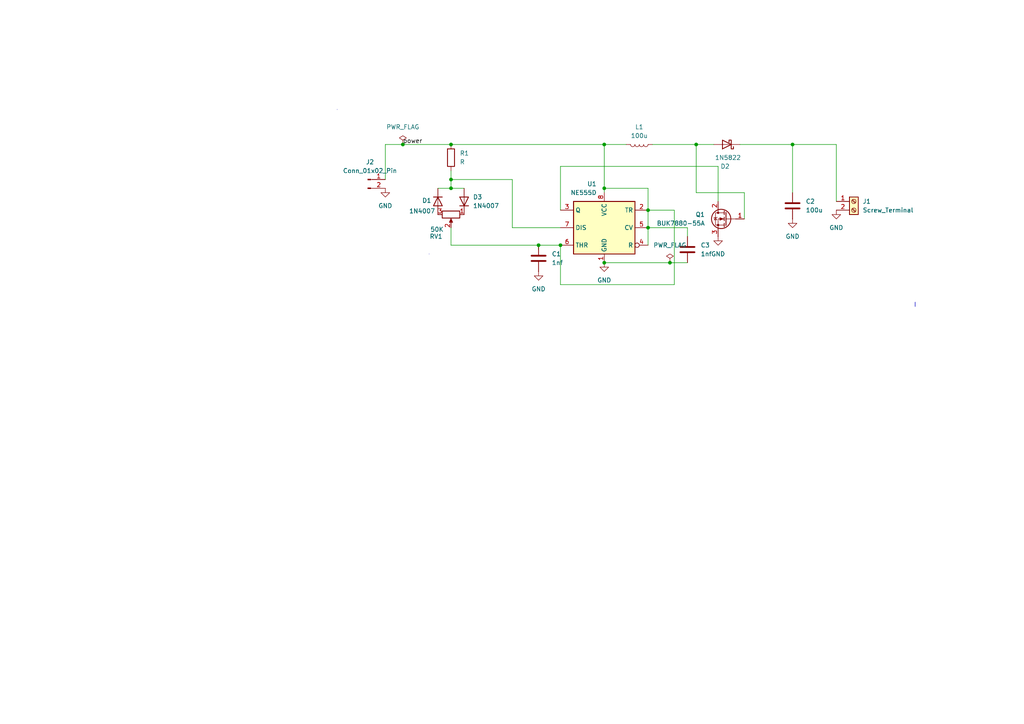
<source format=kicad_sch>
(kicad_sch (version 20231120) (generator "eeschema") (generator_version "8.0")
  (paper "A4")
  (title_block (title "Buck_converter") (date "2025-03-21"))
  (lib_symbols
    (symbol "Connector:Conn_01x02_Pin" (pin_names (offset 1.016) hide)
      (property "Reference" "J" (at 0 2.54 0))
      (property "Value" "Conn_01x02_Pin" (at 0 -5.08 0))
      (symbol "Conn_01x02_Pin_1_1"
        (polyline (pts (xy 1.27 -2.54) (xy 0.8636 -2.54)) (stroke (width 0.1524)))
        (polyline (pts (xy 1.27 0) (xy 0.8636 0)) (stroke (width 0.1524)))
        (rectangle (start 0.8636 -2.413) (end 0 -2.667) (stroke (width 0.1524)) (fill (type outline)))
        (rectangle (start 0.8636 0.127) (end 0 -0.127) (stroke (width 0.1524)) (fill (type outline)))
        (pin passive line (at 5.08 0 180) (length 3.81) (name "Pin_1") (number "1"))
        (pin passive line (at 5.08 -2.54 180) (length 3.81) (name "Pin_2") (number "2"))
      )
    )
    (symbol "Connector:Screw_Terminal_01x02" (pin_names (offset 1.016) hide)
      (property "Reference" "J" (at 0 2.54 0))
      (property "Value" "Screw_Terminal_01x02" (at 0 -5.08 0))
      (symbol "Screw_Terminal_01x02_1_1"
        (rectangle (start -1.27 1.27) (end 1.27 -3.81) (stroke (width 0.254)) (fill (type background)))
        (circle (center 0 -2.54) (radius 0.635) (stroke (width 0.1524)))
        (polyline (pts (xy -0.5334 -2.2098) (xy 0.3302 -3.048)) (stroke (width 0.1524)))
        (polyline (pts (xy -0.5334 0.3302) (xy 0.3302 -0.508)) (stroke (width 0.1524)))
        (polyline (pts (xy -0.3556 -2.032) (xy 0.508 -2.8702)) (stroke (width 0.1524)))
        (polyline (pts (xy -0.3556 0.508) (xy 0.508 -0.3302)) (stroke (width 0.1524)))
        (circle (center 0 0) (radius 0.635) (stroke (width 0.1524)))
        (pin passive line (at -5.08 0 0) (length 3.81) (name "Pin_1") (number "1"))
        (pin passive line (at -5.08 -2.54 0) (length 3.81) (name "Pin_2") (number "2"))
      )
    )
    (symbol "Device:C" (pin_numbers hide) (pin_names (offset 0.254))
      (property "Reference" "C" (at 0.635 2.54 0))
      (property "Value" "C" (at 0.635 -2.54 0))
      (symbol "C_0_1"
        (polyline (pts (xy -2.032 -0.762) (xy 2.032 -0.762)) (stroke (width 0.508)))
        (polyline (pts (xy -2.032 0.762) (xy 2.032 0.762)) (stroke (width 0.508)))
      )
      (symbol "C_1_1"
        (pin passive line (at 0 3.81 270) (length 2.794) (name "~") (number "1"))
        (pin passive line (at 0 -3.81 90) (length 2.794) (name "~") (number "2"))
      )
    )
    (symbol "Device:L" (pin_numbers hide) (pin_names (offset 1.016) hide)
      (property "Reference" "L" (at -1.27 0 90))
      (property "Value" "L" (at 1.905 0 90))
      (symbol "L_0_1"
        (arc (start 0 -2.54) (mid 0.6323 -1.905) (end 0 -1.27))
        (arc (start 0 -1.27) (mid 0.6323 -0.635) (end 0 0))
        (arc (start 0 0) (mid 0.6323 0.635) (end 0 1.27))
        (arc (start 0 1.27) (mid 0.6323 1.905) (end 0 2.54))
      )
      (symbol "L_1_1"
        (pin passive line (at 0 3.81 270) (length 1.27) (name "1") (number "1"))
        (pin passive line (at 0 -3.81 90) (length 1.27) (name "2") (number "2"))
      )
    )
    (symbol "Device:R" (pin_numbers hide) (pin_names (offset 0))
      (property "Reference" "R" (at 2.032 0 90))
      (property "Value" "R" (at 0 0 90))
      (symbol "R_0_1"
        (rectangle (start -1.016 -2.54) (end 1.016 2.54) (stroke (width 0.254)))
      )
      (symbol "R_1_1"
        (pin passive line (at 0 3.81 270) (length 1.27) (name "~") (number "1"))
        (pin passive line (at 0 -3.81 90) (length 1.27) (name "~") (number "2"))
      )
    )
    (symbol "Device:R_Potentiometer" (pin_names (offset 1.016) hide)
      (property "Reference" "RV" (at -4.445 0 90))
      (property "Value" "R_Potentiometer" (at -2.54 0 90))
      (symbol "R_Potentiometer_0_1"
        (polyline (pts (xy 2.54 0) (xy 1.524 0)))
        (polyline (pts (xy 1.143 0) (xy 2.286 0.508) (xy 2.286 -0.508) (xy 1.143 0)) (fill (type outline)))
        (rectangle (start 1.016 2.54) (end -1.016 -2.54) (stroke (width 0.254)))
      )
      (symbol "R_Potentiometer_1_1"
        (pin passive line (at 0 3.81 270) (length 1.27) (name "1") (number "1"))
        (pin passive line (at 3.81 0 180) (length 1.27) (name "2") (number "2"))
        (pin passive line (at 0 -3.81 90) (length 1.27) (name "3") (number "3"))
      )
    )
    (symbol "Diode:1N4007" (pin_numbers hide) (pin_names hide)
      (property "Reference" "D" (at 0 2.54 0))
      (property "Value" "1N4007" (at 0 -2.54 0))
      (symbol "1N4007_0_1"
        (polyline (pts (xy -1.27 1.27) (xy -1.27 -1.27)) (stroke (width 0.254)))
        (polyline (pts (xy 1.27 0) (xy -1.27 0)))
        (polyline (pts (xy 1.27 1.27) (xy 1.27 -1.27) (xy -1.27 0) (xy 1.27 1.27)) (stroke (width 0.254)))
      )
      (symbol "1N4007_1_1"
        (pin passive line (at -3.81 0 0) (length 2.54) (name "K") (number "1"))
        (pin passive line (at 3.81 0 180) (length 2.54) (name "A") (number "2"))
      )
    )
    (symbol "Diode:1N5822" (pin_numbers hide) (pin_names (offset 1.016) hide)
      (property "Reference" "D" (at 0 2.54 0))
      (property "Value" "1N5822" (at 0 -2.54 0))
      (symbol "1N5822_0_1"
        (polyline (pts (xy 1.27 0) (xy -1.27 0)))
        (polyline (pts (xy 1.27 1.27) (xy 1.27 -1.27) (xy -1.27 0) (xy 1.27 1.27)) (stroke (width 0.254)))
        (polyline (pts (xy -1.905 0.635) (xy -1.905 1.27) (xy -1.27 1.27) (xy -1.27 -1.27) (xy -0.635 -1.27) (xy -0.635 -0.635)) (stroke (width 0.254)))
      )
      (symbol "1N5822_1_1"
        (pin passive line (at -3.81 0 0) (length 2.54) (name "K") (number "1"))
        (pin passive line (at 3.81 0 180) (length 2.54) (name "A") (number "2"))
      )
    )
    (symbol "Timer:NE555D"
      (property "Reference" "U" (at -10.16 8.89 0))
      (property "Value" "NE555D" (at 2.54 8.89 0))
      (symbol "NE555D_0_0"
        (pin power_in line (at 0 -10.16 90) (length 2.54) (name "GND") (number "1"))
        (pin power_in line (at 0 10.16 270) (length 2.54) (name "VCC") (number "8"))
      )
      (symbol "NE555D_0_1"
        (rectangle (start -8.89 -7.62) (end 8.89 7.62) (stroke (width 0.254)) (fill (type background)))
        (rectangle (start -8.89 -7.62) (end 8.89 7.62) (stroke (width 0.254)) (fill (type background)))
      )
      (symbol "NE555D_1_1"
        (pin input line (at -12.7 5.08 0) (length 3.81) (name "TR") (number "2"))
        (pin output line (at 12.7 5.08 180) (length 3.81) (name "Q") (number "3"))
        (pin input inverted (at -12.7 -5.08 0) (length 3.81) (name "R") (number "4"))
        (pin input line (at -12.7 0 0) (length 3.81) (name "CV") (number "5"))
        (pin input line (at 12.7 -5.08 180) (length 3.81) (name "THR") (number "6"))
        (pin input line (at 12.7 0 180) (length 3.81) (name "DIS") (number "7"))
      )
    )
    (symbol "Transistor_FET:BUK7880-55A" (pin_names hide)
      (property "Reference" "Q" (at 5.08 1.905 0))
      (property "Value" "BUK7880-55A" (at 5.08 0 0))
      (symbol "BUK7880-55A_0_1"
        (polyline (pts (xy 0.254 0) (xy -2.54 0)))
        (polyline (pts (xy 0.254 1.905) (xy 0.254 -1.905)) (stroke (width 0.254)))
        (polyline (pts (xy 0.762 -1.27) (xy 0.762 -2.286)) (stroke (width 0.254)))
        (polyline (pts (xy 0.762 0.508) (xy 0.762 -0.508)) (stroke (width 0.254)))
        (polyline (pts (xy 0.762 2.286) (xy 0.762 1.27)) (stroke (width 0.254)))
        (polyline (pts (xy 2.54 2.54) (xy 2.54 1.778)))
        (polyline (pts (xy 2.54 -2.54) (xy 2.54 0) (xy 0.762 0)))
        (polyline (pts (xy 0.762 -1.778) (xy 3.302 -1.778) (xy 3.302 1.778) (xy 0.762 1.778)))
        (polyline (pts (xy 1.016 0) (xy 2.032 0.381) (xy 2.032 -0.381) (xy 1.016 0)) (fill (type outline)))
        (polyline (pts (xy 2.794 0.508) (xy 2.921 0.381) (xy 3.683 0.381) (xy 3.81 0.254)))
        (polyline (pts (xy 3.302 0.381) (xy 2.921 -0.254) (xy 3.683 -0.254) (xy 3.302 0.381)))
        (circle (center 1.651 0) (radius 2.794) (stroke (width 0.254)))
        (circle (center 2.54 -1.778) (radius 0.254) (fill (type outline)))
        (circle (center 2.54 1.778) (radius 0.254) (fill (type outline)))
      )
      (symbol "BUK7880-55A_1_1"
        (pin input line (at -5.08 0 0) (length 2.54) (name "G") (number "1"))
        (pin passive line (at 2.54 5.08 270) (length 2.54) (name "D") (number "2"))
        (pin passive line (at 2.54 -5.08 90) (length 2.54) (name "S") (number "3"))
      )
    )
    (symbol "power:GND" (power) (pin_numbers hide) (pin_names (offset 0) hide)
      (property "Value" "GND" (at 0 -3.81 0))
      (symbol "GND_0_1"
        (polyline (pts (xy 0 0) (xy 0 -1.27) (xy 1.27 -1.27) (xy 0 -2.54) (xy -1.27 -1.27) (xy 0 -1.27)))
      )
      (symbol "GND_1_1"
        (pin power_in line (at 0 0 270) (length 0) (name "~") (number "1"))
      )
    )
    (symbol "power:PWR_FLAG" (power) (pin_numbers hide) (pin_names (offset 0) hide)
      (property "Value" "PWR_FLAG" (at 0 3.81 0))
      (symbol "PWR_FLAG_0_0"
        (pin power_out line (at 0 0 90) (length 0) (name "~") (number "1"))
      )
      (symbol "PWR_FLAG_0_1"
        (polyline (pts (xy 0 0) (xy 0 1.27) (xy -1.016 1.905) (xy 0 2.54) (xy 1.016 1.905) (xy 0 1.27)))
      )
    )
  )
  (junction (at 187.96 66.04))
  (junction (at 162.56 71.12))
  (junction (at 175.26 41.91))
  (junction (at 187.96 60.96))
  (junction (at 194.31 76.2))
  (junction (at 130.81 41.91))
  (junction (at 130.81 54.61))
  (junction (at 116.84 41.91))
  (junction (at 175.26 76.2))
  (junction (at 156.21 71.12))
  (junction (at 201.93 41.91))
  (junction (at 229.87 41.91))
  (junction (at 175.26 54.61))
  (junction (at 130.81 52.07))
  (wire (pts (xy 214.63 41.91) (xy 229.87 41.91)))
  (wire (pts (xy 187.96 54.61) (xy 175.26 54.61)))
  (wire (pts (xy 130.81 49.53) (xy 130.81 52.07)))
  (wire (pts (xy 162.56 60.96) (xy 162.56 48.26)))
  (wire (pts (xy 130.81 52.07) (xy 130.81 54.61)))
  (wire (pts (xy 208.28 48.26) (xy 208.28 58.42)))
  (wire (pts (xy 199.39 66.04) (xy 199.39 68.58)))
  (wire (pts (xy 201.93 41.91) (xy 207.01 41.91)))
  (wire (pts (xy 156.21 71.12) (xy 156.21 72.39)))
  (wire (pts (xy 199.39 76.2) (xy 194.31 76.2)))
  (wire (pts (xy 134.62 54.61) (xy 130.81 54.61)))
  (wire (pts (xy 162.56 82.55) (xy 162.56 71.12)))
  (wire (pts (xy 116.84 41.91) (xy 130.81 41.91)))
  (wire (pts (xy 162.56 48.26) (xy 208.28 48.26)))
  (wire (pts (xy 187.96 60.96) (xy 195.58 60.96)))
  (wire (pts (xy 201.93 55.88) (xy 201.93 41.91)))
  (wire (pts (xy 187.96 66.04) (xy 187.96 60.96)))
  (wire (pts (xy 130.81 54.61) (xy 127 54.61)))
  (wire (pts (xy 189.23 41.91) (xy 201.93 41.91)))
  (wire (pts (xy 187.96 60.96) (xy 187.96 54.61)))
  (wire (pts (xy 111.76 41.91) (xy 116.84 41.91)))
  (wire (pts (xy 130.81 71.12) (xy 156.21 71.12)))
  (wire (pts (xy 148.59 66.04) (xy 148.59 52.07)))
  (wire (pts (xy 242.57 58.42) (xy 242.57 41.91)))
  (wire (pts (xy 148.59 52.07) (xy 130.81 52.07)))
  (wire (pts (xy 215.9 55.88) (xy 201.93 55.88)))
  (wire (pts (xy 175.26 55.88) (xy 175.26 54.61)))
  (wire (pts (xy 215.9 63.5) (xy 215.9 55.88)))
  (wire (pts (xy 187.96 66.04) (xy 199.39 66.04)))
  (wire (pts (xy 130.81 41.91) (xy 175.26 41.91)))
  (wire (pts (xy 195.58 60.96) (xy 195.58 82.55)))
  (wire (pts (xy 111.76 52.07) (xy 111.76 41.91)))
  (wire (pts (xy 130.81 66.04) (xy 130.81 71.12)))
  (wire (pts (xy 175.26 41.91) (xy 181.61 41.91)))
  (wire (pts (xy 195.58 82.55) (xy 162.56 82.55)))
  (wire (pts (xy 229.87 41.91) (xy 229.87 55.88)))
  (wire (pts (xy 162.56 71.12) (xy 156.21 71.12)))
  (wire (pts (xy 162.56 66.04) (xy 148.59 66.04)))
  (wire (pts (xy 175.26 76.2) (xy 194.31 76.2)))
  (wire (pts (xy 187.96 71.12) (xy 187.96 66.04)))
  (wire (pts (xy 242.57 41.91) (xy 229.87 41.91)))
  (wire (pts (xy 175.26 54.61) (xy 175.26 41.91)))
  (rectangle (start 97.79 31.75) (end 97.79 31.75))
  (rectangle (start 265.43 88.9) (end 265.43 87.63))
  (rectangle (start 124.46 73.66) (end 124.46 73.66))
  (label "power" (at 116.84 41.91 0))
  (symbol (lib_id "Connector:Conn_01x02_Pin") (at 106.68 52.07 0) (unit 1)
    (property "Reference" "J2" (at 107.315 46.99 0))
    (property "Value" "Conn_01x02_Pin" (at 107.315 49.53 0))
    (property "Footprint" "TerminalBlock:TerminalBlock_MaiXu_MX126-5.0-02P_1x02_P5.00mm" (effects (hide yes)))
    (property "Description" "Generic connector, single row, 01x02, script generated" (effects (hide yes)))
  )
  (symbol (lib_id "Diode:1N4007") (at 127 58.42 270) (unit 1)
    (property "Reference" "D1" (at 122.428 58.166 90) (effects (justify left)))
    (property "Value" "1N4007" (at 118.618 61.214 90) (effects (justify left)))
    (property "Footprint" "Diode_THT:D_DO-34_SOD68_P7.62mm_Horizontal" (effects (hide yes)))
    (property "Datasheet" "http://www.vishay.com/docs/88503/1n4001.pdf" (effects (hide yes)))
    (property "Description" "1000V 1A General Purpose Rectifier Diode, DO-41" (effects (hide yes)))
    (property "Sim.Device" "D" (effects (hide yes)))
    (property "Sim.Pins" "1=K 2=A" (effects (hide yes)))
  )
  (symbol (lib_id "power:GND") (at 208.28 68.58 0) (unit 1)
    (property "Reference" "#PWR03" (effects (hide yes)))
    (property "Value" "GND" (at 208.28 73.66 0))
    (property "Description" "Power symbol creates a global label with name \"GND\" , ground" (effects (hide yes)))
  )
  (symbol (lib_id "power:PWR_FLAG") (at 116.84 41.91 0) (unit 1)
    (property "Reference" "#FLG01" (effects (hide yes)))
    (property "Value" "PWR_FLAG" (at 116.84 36.83 0))
    (property "Description" "Special symbol for telling ERC where power comes from" (effects (hide yes)))
  )
  (symbol (lib_id "Device:R") (at 130.81 45.72 0) (unit 1)
    (property "Reference" "R1" (at 133.35 44.4499 0) (effects (justify left)))
    (property "Value" "R" (at 133.35 46.9899 0) (effects (justify left)))
    (property "Footprint" "Resistor_SMD:R_0201_0603Metric_Pad0.64x0.40mm_HandSolder" (effects (hide yes)))
    (property "Description" "Resistor" (effects (hide yes)))
  )
  (symbol (lib_id "Timer:NE555D") (at 175.26 66.04 0) (mirror y) (unit 1)
    (property "Reference" "U1" (at 173.0659 53.34 0) (effects (justify left)))
    (property "Value" "NE555D" (at 173.0659 55.88 0) (effects (justify left)))
    (property "Footprint" "Package_SO:SOIC-8_3.9x4.9mm_P1.27mm" (effects (hide yes)))
    (property "Datasheet" "http://www.ti.com/lit/ds/symlink/ne555.pdf" (effects (hide yes)))
    (property "Description" "Precision Timers, 555 compatible, SOIC-8" (effects (hide yes)))
  )
  (symbol (lib_id "Device:R_Potentiometer") (at 130.81 62.23 270) (unit 1)
    (property "Reference" "RV1" (at 126.492 68.58 90))
    (property "Value" "50K" (at 126.746 66.548 90))
    (property "Footprint" "Potentiometer_THT:Potentiometer_Bourns_3009P_Horizontal" (effects (hide yes)))
    (property "Description" "Potentiometer" (effects (hide yes)))
  )
  (symbol (lib_id "power:GND") (at 111.76 54.61 0) (unit 1)
    (property "Reference" "#PWR06" (effects (hide yes)))
    (property "Value" "GND" (at 111.76 59.69 0))
    (property "Description" "Power symbol creates a global label with name \"GND\" , ground" (effects (hide yes)))
  )
  (symbol (lib_id "power:GND") (at 156.21 78.74 0) (unit 1)
    (property "Reference" "#PWR02" (effects (hide yes)))
    (property "Value" "GND" (at 156.21 83.82 0))
    (property "Description" "Power symbol creates a global label with name \"GND\" , ground" (effects (hide yes)))
  )
  (symbol (lib_id "Transistor_FET:BUK7880-55A") (at 210.82 63.5 0) (mirror y) (unit 1)
    (property "Reference" "Q1" (at 204.47 62.2299 0) (effects (justify left)))
    (property "Value" "BUK7880-55A" (at 204.47 64.7699 0) (effects (justify left)))
    (property "Footprint" "Package_TO_SOT_SMD:SOT-223-3_TabPin2" (effects (hide yes)))
    (property "Datasheet" "https://assets.nexperia.com/documents/data-sheet/BUK7880-55A.pdf" (effects (hide yes)))
    (property "Description" "7A Id, 55V Vds, N-Channel Enhancement Mode MOSFET, SOT-223" (effects (hide yes)))
  )
  (symbol (lib_id "Device:C") (at 156.21 74.93 0) (unit 1)
    (property "Reference" "C1" (at 160.02 73.6599 0) (effects (justify left)))
    (property "Value" "1nf" (at 160.02 76.1999 0) (effects (justify left)))
    (property "Footprint" "Capacitor_THT:C_Disc_D10.0mm_W2.5mm_P5.00mm" (effects (hide yes)))
    (property "Description" "Unpolarized capacitor" (effects (hide yes)))
  )
  (symbol (lib_id "Device:C") (at 229.87 59.69 0) (unit 1)
    (property "Reference" "C2" (at 233.68 58.4199 0) (effects (justify left)))
    (property "Value" "100u" (at 233.68 60.9599 0) (effects (justify left)))
    (property "Footprint" "Capacitor_THT:C_Radial_D5.0mm_H11.0mm_P2.00mm" (effects (hide yes)))
    (property "Description" "Unpolarized capacitor" (effects (hide yes)))
  )
  (symbol (lib_id "power:PWR_FLAG") (at 194.31 76.2 0) (unit 1)
    (property "Reference" "#FLG02" (effects (hide yes)))
    (property "Value" "PWR_FLAG" (at 194.31 71.12 0))
    (property "Description" "Special symbol for telling ERC where power comes from" (effects (hide yes)))
  )
  (symbol (lib_id "Connector:Screw_Terminal_01x02") (at 247.65 58.42 0) (unit 1)
    (property "Reference" "J1" (at 250.19 58.4199 0) (effects (justify left)))
    (property "Value" "Screw_Terminal" (at 250.19 60.9599 0) (effects (justify left)))
    (property "Footprint" "TerminalBlock:TerminalBlock_MaiXu_MX126-5.0-02P_1x02_P5.00mm" (effects (hide yes)))
    (property "Description" "Generic screw terminal, single row, 01x02, script generated (kicad-library-utils/schlib/autogen/connector/)" (effects (hide yes)))
  )
  (symbol (lib_id "power:GND") (at 242.57 60.96 0) (unit 1)
    (property "Reference" "#PWR05" (effects (hide yes)))
    (property "Value" "GND" (at 242.57 66.04 0))
    (property "Description" "Power symbol creates a global label with name \"GND\" , ground" (effects (hide yes)))
  )
  (symbol (lib_id "power:GND") (at 175.26 76.2 0) (unit 1)
    (property "Reference" "#PWR01" (effects (hide yes)))
    (property "Value" "GND" (at 175.26 81.28 0))
    (property "Description" "Power symbol creates a global label with name \"GND\" , ground" (effects (hide yes)))
  )
  (symbol (lib_id "Device:C") (at 199.39 72.39 0) (unit 1)
    (property "Reference" "C3" (at 203.2 71.1199 0) (effects (justify left)))
    (property "Value" "1nf" (at 203.2 73.6599 0) (effects (justify left)))
    (property "Footprint" "Capacitor_THT:C_Radial_D5.0mm_H11.0mm_P2.00mm" (effects (hide yes)))
    (property "Description" "Unpolarized capacitor" (effects (hide yes)))
  )
  (symbol (lib_id "power:GND") (at 229.87 63.5 0) (unit 1)
    (property "Reference" "#PWR04" (effects (hide yes)))
    (property "Value" "GND" (at 229.87 68.58 0))
    (property "Description" "Power symbol creates a global label with name \"GND\" , ground" (effects (hide yes)))
  )
  (symbol (lib_id "Device:L") (at 185.42 41.91 270) (unit 1)
    (property "Reference" "L1" (at 185.42 36.83 90))
    (property "Value" "100u" (at 185.42 39.37 90))
    (property "Footprint" "Inductor_THT:L_Radial_D9.5mm_P5.00mm_Fastron_07HVP" (effects (hide yes)))
    (property "Description" "Inductor" (effects (hide yes)))
  )
  (symbol (lib_id "Diode:1N5822") (at 210.82 41.91 180) (unit 1)
    (property "Reference" "D2" (at 210.312 48.26 0))
    (property "Value" "1N5822" (at 211.1375 45.72 0))
    (property "Footprint" "Diode_THT:D_DO-201AD_P15.24mm_Horizontal" (effects (hide yes)))
    (property "Datasheet" "http://www.vishay.com/docs/88526/1n5820.pdf" (effects (hide yes)))
    (property "Description" "40V 3A Schottky Barrier Rectifier Diode, DO-201AD" (effects (hide yes)))
  )
  (symbol (lib_id "Diode:1N4007") (at 134.62 58.42 90) (unit 1)
    (property "Reference" "D3" (at 137.16 57.1499 90) (effects (justify right)))
    (property "Value" "1N4007" (at 137.16 59.6899 90) (effects (justify right)))
    (property "Footprint" "Diode_THT:D_DO-41_SOD81_P10.16mm_Horizontal" (effects (hide yes)))
    (property "Datasheet" "http://www.vishay.com/docs/88503/1n4001.pdf" (effects (hide yes)))
    (property "Description" "1000V 1A General Purpose Rectifier Diode, DO-41" (effects (hide yes)))
    (property "Sim.Device" "D" (effects (hide yes)))
    (property "Sim.Pins" "1=K 2=A" (effects (hide yes)))
  )
)
</source>
